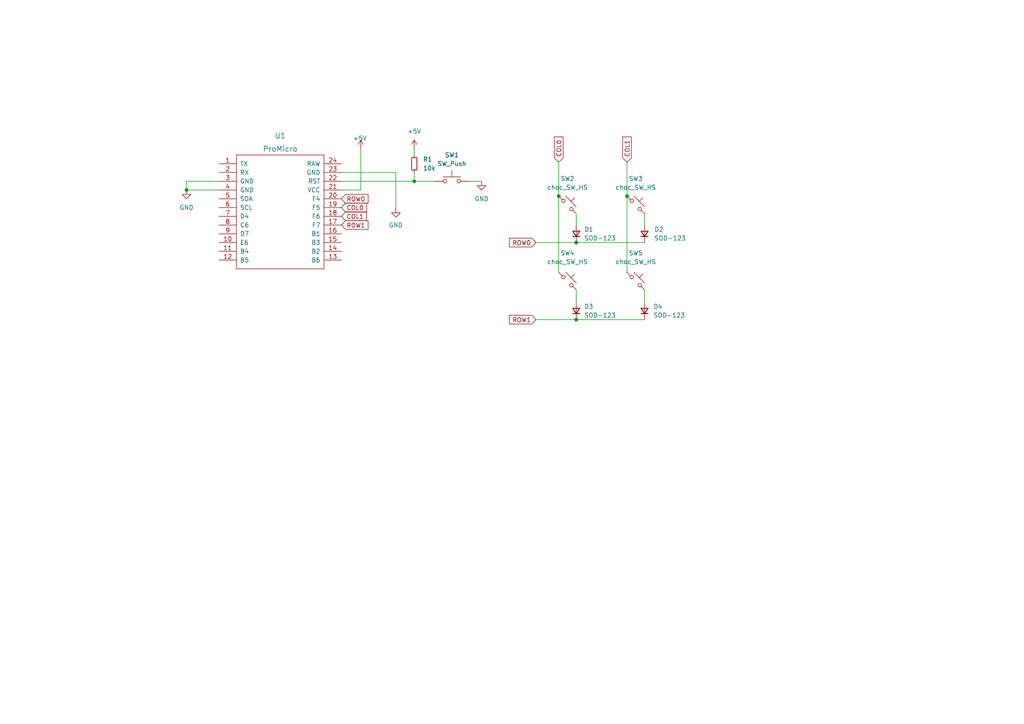
<source format=kicad_sch>
(kicad_sch (version 20211123) (generator eeschema)
  (paper "A4")
  (lib_symbols
    (symbol "Device:D_Small" (pin_numbers hide) (pin_names (offset 0.254) hide)
      (property "Reference" "D" (at -1.27 2.032 0))
      (property "Value" "D_Small" (at -3.81 -2.032 0))
      (symbol "D_Small_0_1"
        (polyline (pts (xy -0.762 -1.016) (xy -0.762 1.016)) (stroke (width 0.254)))
        (polyline (pts (xy -0.762 0) (xy 0.762 0)))
        (polyline (pts (xy 0.762 -1.016) (xy -0.762 0) (xy 0.762 1.016) (xy 0.762 -1.016)) (stroke (width 0.254)))
      )
      (symbol "D_Small_1_1"
        (pin passive line (at -2.54 0 0) (length 1.778) (name "K") (number "1"))
        (pin passive line (at 2.54 0 180) (length 1.778) (name "A") (number "2"))
      )
    )
    (symbol "Device:R_Small" (pin_numbers hide) (pin_names (offset 0.254) hide)
      (property "Reference" "R" (at 0.762 0.508 0))
      (property "Value" "R_Small" (at 0.762 -1.016 0))
      (symbol "R_Small_0_1"
        (rectangle (start -0.762 1.778) (end 0.762 -1.778) (stroke (width 0.2032)))
      )
      (symbol "R_Small_1_1"
        (pin passive line (at 0 2.54 270) (length 0.762) (name "~") (number "1"))
        (pin passive line (at 0 -2.54 90) (length 0.762) (name "~") (number "2"))
      )
    )
    (symbol "Switch:SW_Push" (pin_numbers hide) (pin_names (offset 1.016) hide)
      (property "Reference" "SW" (at 1.27 2.54 0))
      (property "Value" "SW_Push" (at 0 -1.524 0))
      (symbol "SW_Push_0_1"
        (circle (center -2.032 0) (radius 0.508))
        (polyline (pts (xy 0 1.27) (xy 0 3.048)))
        (polyline (pts (xy 2.54 1.27) (xy -2.54 1.27)))
        (circle (center 2.032 0) (radius 0.508))
        (pin passive line (at -5.08 0 0) (length 2.54) (name "1") (number "1"))
        (pin passive line (at 5.08 0 180) (length 2.54) (name "2") (number "2"))
      )
    )
    (symbol "marbastlib-choc:choc_SW_HS" (pin_numbers hide) (pin_names (offset 1.016) hide)
      (property "Reference" "SW" (at 3.048 1.016 0))
      (property "Value" "choc_SW_HS" (at 0 -3.81 0))
      (symbol "choc_SW_HS_0_1"
        (circle (center -1.1684 1.1684) (radius 0.508))
        (polyline (pts (xy -0.508 2.54) (xy 2.54 -0.508)))
        (polyline (pts (xy 1.016 1.016) (xy 2.032 2.032)))
        (polyline (pts (xy -2.54 2.54) (xy -1.524 1.524) (xy -1.524 1.524)))
        (polyline (pts (xy 1.524 -1.524) (xy 2.54 -2.54) (xy 2.54 -2.54) (xy 2.54 -2.54)))
        (circle (center 1.143 -1.1938) (radius 0.508))
        (pin passive line (at -2.54 2.54 0) (length 0) (name "1") (number "1"))
        (pin passive line (at 2.54 -2.54 180) (length 0) (name "2") (number "2"))
      )
    )
    (symbol "power:+5V" (power) (pin_names (offset 0))
      (property "Value" "+5V" (at 0 3.556 0))
      (symbol "+5V_0_1"
        (polyline (pts (xy -0.762 1.27) (xy 0 2.54)))
        (polyline (pts (xy 0 0) (xy 0 2.54)))
        (polyline (pts (xy 0 2.54) (xy 0.762 1.27)))
      )
      (symbol "+5V_1_1"
        (pin power_in line (at 0 0 90) (length 0) hide (name "+5V") (number "1"))
      )
    )
    (symbol "power:GND" (power) (pin_names (offset 0))
      (property "Value" "GND" (at 0 -3.81 0))
      (symbol "GND_0_1"
        (polyline (pts (xy 0 0) (xy 0 -1.27) (xy 1.27 -1.27) (xy 0 -2.54) (xy -1.27 -1.27) (xy 0 -1.27)))
      )
      (symbol "GND_1_1"
        (pin power_in line (at 0 0 270) (length 0) hide (name "GND") (number "1"))
      )
    )
    (symbol "promicro:ProMicro" (pin_names (offset 1.016))
      (property "Reference" "U" (at 0 24.13 0))
      (property "Value" "ProMicro" (at 0 -13.97 0))
      (symbol "ProMicro_0_1"
        (rectangle (start -12.7 21.59) (end 12.7 -11.43))
      )
      (symbol "ProMicro_1_1"
        (pin bidirectional line (at -17.78 19.05 0) (length 5.08) (name "TX") (number "1"))
        (pin bidirectional line (at -17.78 -3.81 0) (length 5.08) (name "E6") (number "10"))
        (pin bidirectional line (at -17.78 -6.35 0) (length 5.08) (name "B4") (number "11"))
        (pin bidirectional line (at -17.78 -8.89 0) (length 5.08) (name "B5") (number "12"))
        (pin bidirectional line (at 17.78 -8.89 180) (length 5.08) (name "B6") (number "13"))
        (pin bidirectional line (at 17.78 -6.35 180) (length 5.08) (name "B2") (number "14"))
        (pin bidirectional line (at 17.78 -3.81 180) (length 5.08) (name "B3") (number "15"))
        (pin bidirectional line (at 17.78 -1.27 180) (length 5.08) (name "B1") (number "16"))
        (pin bidirectional line (at 17.78 1.27 180) (length 5.08) (name "F7") (number "17"))
        (pin bidirectional line (at 17.78 3.81 180) (length 5.08) (name "F6") (number "18"))
        (pin bidirectional line (at 17.78 6.35 180) (length 5.08) (name "F5") (number "19"))
        (pin bidirectional line (at -17.78 16.51 0) (length 5.08) (name "RX") (number "2"))
        (pin bidirectional line (at 17.78 8.89 180) (length 5.08) (name "F4") (number "20"))
        (pin power_in line (at 17.78 11.43 180) (length 5.08) (name "VCC") (number "21"))
        (pin input line (at 17.78 13.97 180) (length 5.08) (name "RST") (number "22"))
        (pin power_in line (at 17.78 16.51 180) (length 5.08) (name "GND") (number "23"))
        (pin power_out line (at 17.78 19.05 180) (length 5.08) (name "RAW") (number "24"))
        (pin power_in line (at -17.78 13.97 0) (length 5.08) (name "GND") (number "3"))
        (pin power_in line (at -17.78 11.43 0) (length 5.08) (name "GND") (number "4"))
        (pin bidirectional line (at -17.78 8.89 0) (length 5.08) (name "SDA") (number "5"))
        (pin bidirectional line (at -17.78 6.35 0) (length 5.08) (name "SCL") (number "6"))
        (pin bidirectional line (at -17.78 3.81 0) (length 5.08) (name "D4") (number "7"))
        (pin bidirectional line (at -17.78 1.27 0) (length 5.08) (name "C6") (number "8"))
        (pin bidirectional line (at -17.78 -1.27 0) (length 5.08) (name "D7") (number "9"))
      )
    )
  )
  (junction (at 167.132 70.358))
  (junction (at 167.132 92.71))
  (junction (at 181.864 56.896))
  (junction (at 120.142 52.578))
  (junction (at 54.102 55.118))
  (junction (at 162.052 56.896))
  (wire (pts (xy 120.142 52.578) (xy 125.984 52.578)))
  (wire (pts (xy 54.102 55.118) (xy 54.102 52.578)))
  (wire (pts (xy 167.132 61.976) (xy 167.132 65.278)))
  (wire (pts (xy 54.102 52.578) (xy 63.5 52.578)))
  (wire (pts (xy 54.102 55.118) (xy 63.5 55.118)))
  (wire (pts (xy 181.864 46.99) (xy 181.864 56.896)))
  (wire (pts (xy 167.132 92.71) (xy 186.944 92.71)))
  (wire (pts (xy 167.132 70.358) (xy 186.944 70.358)))
  (wire (pts (xy 136.144 52.578) (xy 139.7 52.578)))
  (wire (pts (xy 99.06 52.578) (xy 120.142 52.578)))
  (wire (pts (xy 155.448 92.71) (xy 167.132 92.71)))
  (wire (pts (xy 120.142 50.038) (xy 120.142 52.578)))
  (wire (pts (xy 162.052 56.896) (xy 162.052 78.994)))
  (wire (pts (xy 181.864 56.896) (xy 181.864 78.994)))
  (wire (pts (xy 162.052 46.99) (xy 162.052 56.896)))
  (wire (pts (xy 114.808 50.038) (xy 114.808 60.452)))
  (wire (pts (xy 104.648 43.18) (xy 104.648 55.118)))
  (wire (pts (xy 155.448 70.358) (xy 167.132 70.358)))
  (wire (pts (xy 186.944 84.074) (xy 186.944 87.63)))
  (wire (pts (xy 99.06 55.118) (xy 104.648 55.118)))
  (wire (pts (xy 186.944 61.976) (xy 186.944 65.278)))
  (wire (pts (xy 120.142 43.18) (xy 120.142 44.958)))
  (wire (pts (xy 99.06 50.038) (xy 114.808 50.038)))
  (wire (pts (xy 167.132 84.074) (xy 167.132 87.63)))
  (global_label "ROW0" (shape input) (at 99.06 57.658 0) (property "Intersheet References" "${INTERSHEET_REFS}" (effects hide)))
  (global_label "ROW1" (shape input) (at 99.06 65.278 0) (property "Intersheet References" "${INTERSHEET_REFS}" (effects hide)))
  (global_label "COL0" (shape input) (at 99.06 60.198 0) (property "Intersheet References" "${INTERSHEET_REFS}" (effects hide)))
  (global_label "ROW1" (shape input) (at 155.448 92.71 180) (property "Intersheet References" "${INTERSHEET_REFS}" (effects hide)))
  (global_label "ROW0" (shape input) (at 155.448 70.358 180) (property "Intersheet References" "${INTERSHEET_REFS}" (effects hide)))
  (global_label "COL1" (shape input) (at 181.864 46.99 90) (property "Intersheet References" "${INTERSHEET_REFS}" (effects hide)))
  (global_label "COL1" (shape input) (at 99.06 62.738 0) (property "Intersheet References" "${INTERSHEET_REFS}" (effects hide)))
  (global_label "COL0" (shape input) (at 162.052 46.99 90) (property "Intersheet References" "${INTERSHEET_REFS}" (effects hide)))
  (symbol (lib_id "power:+5V") (at 104.648 43.18 0) (unit 1)
    (property "Reference" "#PWR0103" (effects hide))
    (property "Value" "+5V" (at 104.394 40.132 0))
  )
  (symbol (lib_id "promicro:ProMicro") (at 81.28 66.548 0) (unit 1)
    (property "Reference" "U1" (at 81.28 39.37 0) (effects (font (size 1.524 1.524))))
    (property "Value" "ProMicro" (at 81.28 43.18 0) (effects (font (size 1.524 1.524))))
    (property "Footprint" "promicro:ProMicro" (effects hide))
  )
  (symbol (lib_id "marbastlib-choc:choc_SW_HS") (at 164.592 59.436 0) (unit 1)
    (property "Reference" "SW2" (at 164.592 51.816 0))
    (property "Value" "choc_SW_HS" (at 164.592 54.356 0))
    (property "Footprint" "marbastlib-choc:SW_choc_HS_1u" (effects hide))
  )
  (symbol (lib_id "marbastlib-choc:choc_SW_HS") (at 164.592 81.534 0) (unit 1)
    (property "Reference" "SW4" (at 164.592 73.406 0))
    (property "Value" "choc_SW_HS" (at 164.592 75.946 0))
    (property "Footprint" "marbastlib-choc:SW_choc_HS_1u" (effects hide))
  )
  (symbol (lib_id "power:GND") (at 54.102 55.118 0) (unit 1)
    (property "Reference" "#PWR0105" (effects hide))
    (property "Value" "GND" (at 54.102 60.198 0))
  )
  (symbol (lib_id "Device:D_Small") (at 167.132 67.818 90) (unit 1)
    (property "Reference" "D1" (at 169.418 66.5479 90) (effects (justify right)))
    (property "Value" "SOD-123" (at 169.418 69.0879 90) (effects (justify right)))
    (property "Footprint" "Diode_SMD:D_SOD-123" (effects hide))
  )
  (symbol (lib_id "Device:R_Small") (at 120.142 47.498 0) (unit 1)
    (property "Reference" "R1" (at 122.682 46.2279 0) (effects (justify left)))
    (property "Value" "10k" (at 122.682 48.7679 0) (effects (justify left)))
    (property "Footprint" "Resistor_SMD:R_0805_2012Metric" (effects hide))
  )
  (symbol (lib_id "marbastlib-choc:choc_SW_HS") (at 184.404 59.436 0) (unit 1)
    (property "Reference" "SW3" (at 184.404 51.816 0))
    (property "Value" "choc_SW_HS" (at 184.404 54.356 0))
    (property "Footprint" "marbastlib-choc:SW_choc_HS_1u" (effects hide))
  )
  (symbol (lib_id "marbastlib-choc:choc_SW_HS") (at 184.404 81.534 0) (unit 1)
    (property "Reference" "SW5" (at 184.404 73.406 0))
    (property "Value" "choc_SW_HS" (at 184.404 75.946 0))
    (property "Footprint" "marbastlib-choc:SW_choc_HS_1u" (effects hide))
  )
  (symbol (lib_id "Switch:SW_Push") (at 131.064 52.578 0) (unit 1)
    (property "Reference" "SW1" (at 131.064 44.958 0))
    (property "Value" "SW_Push" (at 131.064 47.498 0))
    (property "Footprint" "random-keyboard-parts:SKQG-1155865" (effects hide))
  )
  (symbol (lib_id "Device:D_Small") (at 186.944 90.17 90) (unit 1)
    (property "Reference" "D4" (at 189.484 88.8999 90) (effects (justify right)))
    (property "Value" "SOD-123" (at 189.484 91.4399 90) (effects (justify right)))
    (property "Footprint" "Diode_SMD:D_SOD-123" (effects hide))
  )
  (symbol (lib_id "power:GND") (at 114.808 60.452 0) (unit 1)
    (property "Reference" "#PWR0104" (effects hide))
    (property "Value" "GND" (at 114.808 65.278 0))
  )
  (symbol (lib_id "power:GND") (at 139.7 52.578 0) (unit 1)
    (property "Reference" "#PWR0102" (effects hide))
    (property "Value" "GND" (at 139.7 57.658 0))
  )
  (symbol (lib_id "Device:D_Small") (at 167.132 90.17 90) (unit 1)
    (property "Reference" "D3" (at 169.418 88.8999 90) (effects (justify right)))
    (property "Value" "SOD-123" (at 169.418 91.4399 90) (effects (justify right)))
    (property "Footprint" "Diode_SMD:D_SOD-123" (effects hide))
  )
  (symbol (lib_id "Device:D_Small") (at 186.944 67.818 90) (unit 1)
    (property "Reference" "D2" (at 189.738 66.5479 90) (effects (justify right)))
    (property "Value" "SOD-123" (at 189.738 69.0879 90) (effects (justify right)))
    (property "Footprint" "Diode_SMD:D_SOD-123" (effects hide))
  )
  (symbol (lib_id "power:+5V") (at 120.142 43.18 0) (unit 1)
    (property "Reference" "#PWR0101" (effects hide))
    (property "Value" "+5V" (at 120.142 38.1 0))
  )
)
</source>
